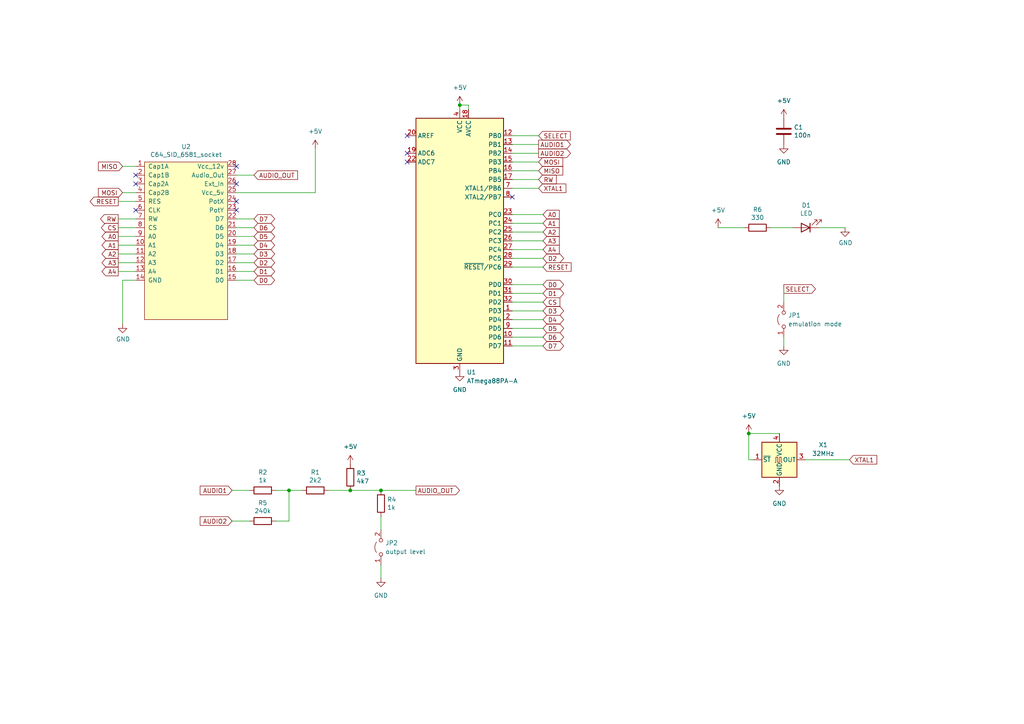
<source format=kicad_sch>
(kicad_sch (version 20230121) (generator eeschema)
  (paper "A4")
  (title_block (title "C64-SwinSID") (date "2023-02-14") (rev "0.1") (company "FLACO 2023") (comment 1 "Adapted from https://github.com/jsanpe/SwinsidNeat"))
  (lib_symbols
    (symbol "Device:C" (pin_numbers hide) (pin_names (offset 0.254))
      (property "Reference" "C" (at 0.635 2.54 0))
      (property "Value" "C" (at 0.635 -2.54 0))
      (symbol "C_0_1"
        (polyline (pts (xy -2.032 -0.762) (xy 2.032 -0.762)) (stroke (width 0.508)))
        (polyline (pts (xy -2.032 0.762) (xy 2.032 0.762)) (stroke (width 0.508)))
      )
      (symbol "C_1_1"
        (pin passive line (at 0 3.81 270) (length 2.794) (name "~") (number "1"))
        (pin passive line (at 0 -3.81 90) (length 2.794) (name "~") (number "2"))
      )
    )
    (symbol "Device:LED" (pin_numbers hide) (pin_names (offset 1.016) hide)
      (property "Reference" "D" (at 0 2.54 0))
      (property "Value" "LED" (at 0 -2.54 0))
      (symbol "LED_0_1"
        (polyline (pts (xy -1.27 -1.27) (xy -1.27 1.27)) (stroke (width 0.254)))
        (polyline (pts (xy -1.27 0) (xy 1.27 0)))
        (polyline (pts (xy 1.27 -1.27) (xy 1.27 1.27) (xy -1.27 0) (xy 1.27 -1.27)) (stroke (width 0.254)))
        (polyline (pts (xy -3.048 -0.762) (xy -4.572 -2.286) (xy -3.81 -2.286) (xy -4.572 -2.286) (xy -4.572 -1.524)))
        (polyline (pts (xy -1.778 -0.762) (xy -3.302 -2.286) (xy -2.54 -2.286) (xy -3.302 -2.286) (xy -3.302 -1.524)))
      )
      (symbol "LED_1_1"
        (pin passive line (at -3.81 0 0) (length 2.54) (name "K") (number "1"))
        (pin passive line (at 3.81 0 180) (length 2.54) (name "A") (number "2"))
      )
    )
    (symbol "Device:R" (pin_numbers hide) (pin_names (offset 0))
      (property "Reference" "R" (at 2.032 0 90))
      (property "Value" "R" (at 0 0 90))
      (symbol "R_0_1"
        (rectangle (start -1.016 -2.54) (end 1.016 2.54) (stroke (width 0.254)))
      )
      (symbol "R_1_1"
        (pin passive line (at 0 3.81 270) (length 1.27) (name "~") (number "1"))
        (pin passive line (at 0 -3.81 90) (length 1.27) (name "~") (number "2"))
      )
    )
    (symbol "Jumper:Jumper_2_Open" (pin_names (offset 0) hide)
      (property "Reference" "JP" (at 0 2.794 0))
      (property "Value" "Jumper_2_Open" (at 0 -2.286 0))
      (symbol "Jumper_2_Open_0_0"
        (circle (center -2.032 0) (radius 0.508))
        (circle (center 2.032 0) (radius 0.508))
      )
      (symbol "Jumper_2_Open_0_1"
        (arc (start 1.524 1.27) (mid 0 1.778) (end -1.524 1.27))
      )
      (symbol "Jumper_2_Open_1_1"
        (pin passive line (at -5.08 0 0) (length 2.54) (name "A") (number "1"))
        (pin passive line (at 5.08 0 180) (length 2.54) (name "B") (number "2"))
      )
    )
    (symbol "MCU_Microchip_ATmega:ATmega88PA-A"
      (property "Reference" "U" (at -12.7 36.83 0))
      (property "Value" "ATmega88PA-A" (at 2.54 -36.83 0))
      (symbol "ATmega88PA-A_0_1"
        (rectangle (start -12.7 -35.56) (end 12.7 35.56) (stroke (width 0.254)) (fill (type background)))
      )
      (symbol "ATmega88PA-A_1_1"
        (pin bidirectional line (at 15.24 -20.32 180) (length 2.54) (name "PD3") (number "1"))
        (pin bidirectional line (at 15.24 -27.94 180) (length 2.54) (name "PD6") (number "10"))
        (pin bidirectional line (at 15.24 -30.48 180) (length 2.54) (name "PD7") (number "11"))
        (pin bidirectional line (at 15.24 30.48 180) (length 2.54) (name "PB0") (number "12"))
        (pin bidirectional line (at 15.24 27.94 180) (length 2.54) (name "PB1") (number "13"))
        (pin bidirectional line (at 15.24 25.4 180) (length 2.54) (name "PB2") (number "14"))
        (pin bidirectional line (at 15.24 22.86 180) (length 2.54) (name "PB3") (number "15"))
        (pin bidirectional line (at 15.24 20.32 180) (length 2.54) (name "PB4") (number "16"))
        (pin bidirectional line (at 15.24 17.78 180) (length 2.54) (name "PB5") (number "17"))
        (pin power_in line (at 2.54 38.1 270) (length 2.54) (name "AVCC") (number "18"))
        (pin input line (at -15.24 25.4 0) (length 2.54) (name "ADC6") (number "19"))
        (pin bidirectional line (at 15.24 -22.86 180) (length 2.54) (name "PD4") (number "2"))
        (pin passive line (at -15.24 30.48 0) (length 2.54) (name "AREF") (number "20"))
        (pin passive line (at 0 -38.1 90) (length 2.54) hide (name "GND") (number "21"))
        (pin input line (at -15.24 22.86 0) (length 2.54) (name "ADC7") (number "22"))
        (pin bidirectional line (at 15.24 7.62 180) (length 2.54) (name "PC0") (number "23"))
        (pin bidirectional line (at 15.24 5.08 180) (length 2.54) (name "PC1") (number "24"))
        (pin bidirectional line (at 15.24 2.54 180) (length 2.54) (name "PC2") (number "25"))
        (pin bidirectional line (at 15.24 0 180) (length 2.54) (name "PC3") (number "26"))
        (pin bidirectional line (at 15.24 -2.54 180) (length 2.54) (name "PC4") (number "27"))
        (pin bidirectional line (at 15.24 -5.08 180) (length 2.54) (name "PC5") (number "28"))
        (pin bidirectional line (at 15.24 -7.62 180) (length 2.54) (name "~{RESET}/PC6") (number "29"))
        (pin power_in line (at 0 -38.1 90) (length 2.54) (name "GND") (number "3"))
        (pin bidirectional line (at 15.24 -12.7 180) (length 2.54) (name "PD0") (number "30"))
        (pin bidirectional line (at 15.24 -15.24 180) (length 2.54) (name "PD1") (number "31"))
        (pin bidirectional line (at 15.24 -17.78 180) (length 2.54) (name "PD2") (number "32"))
        (pin power_in line (at 0 38.1 270) (length 2.54) (name "VCC") (number "4"))
        (pin passive line (at 0 -38.1 90) (length 2.54) hide (name "GND") (number "5"))
        (pin passive line (at 0 38.1 270) (length 2.54) hide (name "VCC") (number "6"))
        (pin bidirectional line (at 15.24 15.24 180) (length 2.54) (name "XTAL1/PB6") (number "7"))
        (pin bidirectional line (at 15.24 12.7 180) (length 2.54) (name "XTAL2/PB7") (number "8"))
        (pin bidirectional line (at 15.24 -25.4 180) (length 2.54) (name "PD5") (number "9"))
      )
    )
    (symbol "Oscillator:SG-7050CAN" (pin_names (offset 0.254))
      (property "Reference" "X" (at -5.08 6.35 0))
      (property "Value" "SG-7050CAN" (at 1.27 -6.35 0))
      (symbol "SG-7050CAN_0_1"
        (rectangle (start -5.08 5.08) (end 5.08 -5.08) (stroke (width 0.254)) (fill (type background)))
        (polyline (pts (xy -1.27 -0.762) (xy -1.016 -0.762) (xy -1.016 0.762) (xy -0.508 0.762) (xy -0.508 -0.762) (xy 0 -0.762) (xy 0 0.762) (xy 0.508 0.762) (xy 0.508 -0.762) (xy 0.762 -0.762)))
      )
      (symbol "SG-7050CAN_1_1"
        (pin input line (at -7.62 0 0) (length 2.54) (name "~{ST}") (number "1"))
        (pin power_in line (at 0 -7.62 90) (length 2.54) (name "GND") (number "2"))
        (pin output line (at 7.62 0 180) (length 2.54) (name "OUT") (number "3"))
        (pin power_in line (at 0 7.62 270) (length 2.54) (name "VCC") (number "4"))
      )
    )
    (symbol "Sassa:C64_SID_6581_socket" (pin_names (offset 1.016))
      (property "Reference" "U2" (at -5.715 1.905 0))
      (property "Value" "C64_SID_6581_socket" (at -5.715 -0.4064 0))
      (symbol "C64_SID_6581_socket_0_1"
        (rectangle (start 6.35 -2.54) (end -17.78 -48.26) (fill (type background)))
      )
      (symbol "C64_SID_6581_socket_1_1"
        (pin unspecified line (at -20.32 -3.81 0) (length 2.54) (name "Cap1A") (number "1"))
        (pin output line (at -20.32 -26.67 0) (length 2.54) (name "A1") (number "10"))
        (pin output line (at -20.32 -29.21 0) (length 2.54) (name "A2") (number "11"))
        (pin output line (at -20.32 -31.75 0) (length 2.54) (name "A3") (number "12"))
        (pin output line (at -20.32 -34.29 0) (length 2.54) (name "A4") (number "13"))
        (pin power_out line (at -20.32 -36.83 0) (length 2.54) (name "GND") (number "14"))
        (pin bidirectional line (at 8.89 -36.83 180) (length 2.54) (name "D0") (number "15"))
        (pin bidirectional line (at 8.89 -34.29 180) (length 2.54) (name "D1") (number "16"))
        (pin bidirectional line (at 8.89 -31.75 180) (length 2.54) (name "D2") (number "17"))
        (pin bidirectional line (at 8.89 -29.21 180) (length 2.54) (name "D3") (number "18"))
        (pin bidirectional line (at 8.89 -26.67 180) (length 2.54) (name "D4") (number "19"))
        (pin unspecified line (at -20.32 -6.35 0) (length 2.54) (name "Cap1B") (number "2"))
        (pin bidirectional line (at 8.89 -24.13 180) (length 2.54) (name "D5") (number "20"))
        (pin bidirectional line (at 8.89 -21.59 180) (length 2.54) (name "D6") (number "21"))
        (pin bidirectional line (at 8.89 -19.05 180) (length 2.54) (name "D7") (number "22"))
        (pin bidirectional line (at 8.89 -16.51 180) (length 2.54) (name "PotY") (number "23"))
        (pin bidirectional line (at 8.89 -13.97 180) (length 2.54) (name "PotX") (number "24"))
        (pin power_out line (at 8.89 -11.43 180) (length 2.54) (name "Vcc_5v") (number "25"))
        (pin output line (at 8.89 -8.89 180) (length 2.54) (name "Ext_In") (number "26"))
        (pin input line (at 8.89 -6.35 180) (length 2.54) (name "Audio_Out") (number "27"))
        (pin power_out line (at 8.89 -3.81 180) (length 2.54) (name "Vcc_12v") (number "28"))
        (pin unspecified line (at -20.32 -8.89 0) (length 2.54) (name "Cap2A") (number "3"))
        (pin unspecified line (at -20.32 -11.43 0) (length 2.54) (name "Cap2B") (number "4"))
        (pin output line (at -20.32 -13.97 0) (length 2.54) (name "RES") (number "5"))
        (pin output line (at -20.32 -16.51 0) (length 2.54) (name "CLK") (number "6"))
        (pin output line (at -20.32 -19.05 0) (length 2.54) (name "RW") (number "7"))
        (pin output line (at -20.32 -21.59 0) (length 2.54) (name "CS") (number "8"))
        (pin output line (at -20.32 -24.13 0) (length 2.54) (name "A0") (number "9"))
      )
    )
    (symbol "power:+5V" (power) (pin_names (offset 0))
      (property "Value" "+5V" (at 0 3.556 0))
      (symbol "+5V_0_1"
        (polyline (pts (xy -0.762 1.27) (xy 0 2.54)))
        (polyline (pts (xy 0 0) (xy 0 2.54)))
        (polyline (pts (xy 0 2.54) (xy 0.762 1.27)))
      )
      (symbol "+5V_1_1"
        (pin power_in line (at 0 0 90) (length 0) hide (name "+5V") (number "1"))
      )
    )
    (symbol "power:GND" (power) (pin_names (offset 0))
      (property "Value" "GND" (at 0 -3.81 0))
      (symbol "GND_0_1"
        (polyline (pts (xy 0 0) (xy 0 -1.27) (xy 1.27 -1.27) (xy 0 -2.54) (xy -1.27 -1.27) (xy 0 -1.27)))
      )
      (symbol "GND_1_1"
        (pin power_in line (at 0 0 270) (length 0) hide (name "GND") (number "1"))
      )
    )
  )
  (junction (at 217.17 125.73))
  (junction (at 133.35 30.48))
  (junction (at 101.6 142.24))
  (junction (at 110.49 142.24))
  (junction (at 83.82 142.24))
  (no_connect (at 39.37 53.34))
  (no_connect (at 68.58 53.34))
  (no_connect (at 39.37 60.96))
  (no_connect (at 118.11 39.37))
  (no_connect (at 118.11 44.45))
  (no_connect (at 148.59 57.15))
  (no_connect (at 68.58 58.42))
  (no_connect (at 68.58 60.96))
  (no_connect (at 68.58 48.26))
  (no_connect (at 39.37 50.8))
  (no_connect (at 118.11 46.99))
  (wire (pts (xy 67.31 151.13) (xy 72.39 151.13)))
  (wire (pts (xy 101.6 142.24) (xy 110.49 142.24)))
  (wire (pts (xy 156.21 41.91) (xy 148.59 41.91)))
  (wire (pts (xy 156.21 46.99) (xy 148.59 46.99)))
  (wire (pts (xy 73.66 71.12) (xy 68.58 71.12)))
  (wire (pts (xy 80.01 142.24) (xy 83.82 142.24)))
  (wire (pts (xy 68.58 73.66) (xy 73.66 73.66)))
  (wire (pts (xy 157.48 72.39) (xy 148.59 72.39)))
  (wire (pts (xy 39.37 48.26) (xy 35.56 48.26)))
  (wire (pts (xy 157.48 87.63) (xy 148.59 87.63)))
  (wire (pts (xy 39.37 78.74) (xy 34.29 78.74)))
  (wire (pts (xy 148.59 95.25) (xy 157.48 95.25)))
  (wire (pts (xy 148.59 85.09) (xy 157.48 85.09)))
  (wire (pts (xy 227.33 83.82) (xy 227.33 87.63)))
  (wire (pts (xy 67.31 142.24) (xy 72.39 142.24)))
  (wire (pts (xy 217.17 125.73) (xy 217.17 133.35)))
  (wire (pts (xy 110.49 163.83) (xy 110.49 167.64)))
  (wire (pts (xy 68.58 68.58) (xy 73.66 68.58)))
  (wire (pts (xy 133.35 30.48) (xy 133.35 31.75)))
  (wire (pts (xy 148.59 44.45) (xy 156.21 44.45)))
  (wire (pts (xy 39.37 55.88) (xy 35.56 55.88)))
  (wire (pts (xy 157.48 82.55) (xy 148.59 82.55)))
  (wire (pts (xy 156.21 52.07) (xy 148.59 52.07)))
  (wire (pts (xy 91.44 43.18) (xy 91.44 55.88)))
  (wire (pts (xy 237.49 66.04) (xy 245.11 66.04)))
  (wire (pts (xy 68.58 78.74) (xy 73.66 78.74)))
  (wire (pts (xy 95.25 142.24) (xy 101.6 142.24)))
  (wire (pts (xy 110.49 149.86) (xy 110.49 153.67)))
  (wire (pts (xy 157.48 74.93) (xy 148.59 74.93)))
  (wire (pts (xy 34.29 76.2) (xy 39.37 76.2)))
  (wire (pts (xy 39.37 58.42) (xy 34.29 58.42)))
  (wire (pts (xy 148.59 90.17) (xy 157.48 90.17)))
  (wire (pts (xy 83.82 151.13) (xy 83.82 142.24)))
  (wire (pts (xy 148.59 64.77) (xy 157.48 64.77)))
  (wire (pts (xy 73.66 81.28) (xy 68.58 81.28)))
  (wire (pts (xy 35.56 81.28) (xy 35.56 93.98)))
  (wire (pts (xy 39.37 73.66) (xy 34.29 73.66)))
  (wire (pts (xy 217.17 125.73) (xy 226.06 125.73)))
  (wire (pts (xy 148.59 62.23) (xy 157.48 62.23)))
  (wire (pts (xy 148.59 67.31) (xy 157.48 67.31)))
  (wire (pts (xy 223.52 66.04) (xy 229.87 66.04)))
  (wire (pts (xy 208.28 66.04) (xy 215.9 66.04)))
  (wire (pts (xy 135.89 31.75) (xy 135.89 30.48)))
  (wire (pts (xy 135.89 30.48) (xy 133.35 30.48)))
  (wire (pts (xy 39.37 68.58) (xy 34.29 68.58)))
  (wire (pts (xy 73.66 76.2) (xy 68.58 76.2)))
  (wire (pts (xy 80.01 151.13) (xy 83.82 151.13)))
  (wire (pts (xy 68.58 63.5) (xy 73.66 63.5)))
  (wire (pts (xy 73.66 66.04) (xy 68.58 66.04)))
  (wire (pts (xy 34.29 71.12) (xy 39.37 71.12)))
  (wire (pts (xy 218.44 133.35) (xy 217.17 133.35)))
  (wire (pts (xy 83.82 142.24) (xy 87.63 142.24)))
  (wire (pts (xy 73.66 50.8) (xy 68.58 50.8)))
  (wire (pts (xy 68.58 55.88) (xy 91.44 55.88)))
  (wire (pts (xy 157.48 97.79) (xy 148.59 97.79)))
  (wire (pts (xy 148.59 77.47) (xy 157.48 77.47)))
  (wire (pts (xy 34.29 66.04) (xy 39.37 66.04)))
  (wire (pts (xy 110.49 142.24) (xy 120.65 142.24)))
  (wire (pts (xy 148.59 69.85) (xy 157.48 69.85)))
  (wire (pts (xy 246.38 133.35) (xy 233.68 133.35)))
  (wire (pts (xy 157.48 92.71) (xy 148.59 92.71)))
  (wire (pts (xy 148.59 49.53) (xy 156.21 49.53)))
  (wire (pts (xy 148.59 100.33) (xy 157.48 100.33)))
  (wire (pts (xy 35.56 81.28) (xy 39.37 81.28)))
  (wire (pts (xy 148.59 54.61) (xy 156.21 54.61)))
  (wire (pts (xy 148.59 39.37) (xy 156.21 39.37)))
  (wire (pts (xy 39.37 63.5) (xy 34.29 63.5)))
  (wire (pts (xy 227.33 97.79) (xy 227.33 100.33)))
  (global_label "D0" (shape bidirectional) (at 157.48 82.55 0) (property "Intersheetrefs" "${INTERSHEET_REFS}" (effects hide)) (property "Références Inter-Feuilles" "${INTERSHEET_REFS}" (effects hide)))
  (global_label "D2" (shape bidirectional) (at 73.66 76.2 0) (property "Intersheetrefs" "${INTERSHEET_REFS}" (effects hide)) (property "Références Inter-Feuilles" "${INTERSHEET_REFS}" (effects hide)))
  (global_label "MOSI" (shape input) (at 35.56 55.88 180) (property "Intersheetrefs" "${INTERSHEET_REFS}" (effects hide)) (property "Références Inter-Feuilles" "${INTERSHEET_REFS}" (effects hide)))
  (global_label "AUDIO_OUT" (shape input) (at 73.66 50.8 0) (property "Intersheetrefs" "${INTERSHEET_REFS}" (effects hide)) (property "Références Inter-Feuilles" "${INTERSHEET_REFS}" (effects hide)))
  (global_label "A4" (shape output) (at 34.29 78.74 180) (property "Intersheetrefs" "${INTERSHEET_REFS}" (effects hide)) (property "Références Inter-Feuilles" "${INTERSHEET_REFS}" (effects hide)))
  (global_label "D1" (shape bidirectional) (at 73.66 78.74 0) (property "Intersheetrefs" "${INTERSHEET_REFS}" (effects hide)) (property "Références Inter-Feuilles" "${INTERSHEET_REFS}" (effects hide)))
  (global_label "AUDIO2" (shape output) (at 156.21 44.45 0) (property "Intersheetrefs" "${INTERSHEET_REFS}" (effects hide)) (property "Références Inter-Feuilles" "${INTERSHEET_REFS}" (effects hide)))
  (global_label "A1" (shape output) (at 34.29 71.12 180) (property "Intersheetrefs" "${INTERSHEET_REFS}" (effects hide)) (property "Références Inter-Feuilles" "${INTERSHEET_REFS}" (effects hide)))
  (global_label "D5" (shape bidirectional) (at 157.48 95.25 0) (property "Intersheetrefs" "${INTERSHEET_REFS}" (effects hide)) (property "Références Inter-Feuilles" "${INTERSHEET_REFS}" (effects hide)))
  (global_label "D3" (shape bidirectional) (at 157.48 90.17 0) (property "Intersheetrefs" "${INTERSHEET_REFS}" (effects hide)) (property "Références Inter-Feuilles" "${INTERSHEET_REFS}" (effects hide)))
  (global_label "SELECT" (shape input) (at 156.21 39.37 0) (property "Intersheetrefs" "${INTERSHEET_REFS}" (effects hide)) (property "Références Inter-Feuilles" "${INTERSHEET_REFS}" (effects hide)))
  (global_label "D5" (shape bidirectional) (at 73.66 68.58 0) (property "Intersheetrefs" "${INTERSHEET_REFS}" (effects hide)) (property "Références Inter-Feuilles" "${INTERSHEET_REFS}" (effects hide)))
  (global_label "SELECT" (shape output) (at 227.33 83.82 0) (property "Intersheetrefs" "${INTERSHEET_REFS}" (effects hide)) (property "Références Inter-Feuilles" "${INTERSHEET_REFS}" (effects hide)))
  (global_label "MISO" (shape input) (at 35.56 48.26 180) (property "Intersheetrefs" "${INTERSHEET_REFS}" (effects hide)) (property "Références Inter-Feuilles" "${INTERSHEET_REFS}" (effects hide)))
  (global_label "RW" (shape input) (at 156.21 52.07 0) (property "Intersheetrefs" "${INTERSHEET_REFS}" (effects hide)) (property "Références Inter-Feuilles" "${INTERSHEET_REFS}" (effects hide)))
  (global_label "CS" (shape output) (at 34.29 66.04 180) (property "Intersheetrefs" "${INTERSHEET_REFS}" (effects hide)) (property "Références Inter-Feuilles" "${INTERSHEET_REFS}" (effects hide)))
  (global_label "A1" (shape input) (at 157.48 64.77 0) (property "Intersheetrefs" "${INTERSHEET_REFS}" (effects hide)) (property "Références Inter-Feuilles" "${INTERSHEET_REFS}" (effects hide)))
  (global_label "A3" (shape input) (at 157.48 69.85 0) (property "Intersheetrefs" "${INTERSHEET_REFS}" (effects hide)) (property "Références Inter-Feuilles" "${INTERSHEET_REFS}" (effects hide)))
  (global_label "A0" (shape output) (at 34.29 68.58 180) (property "Intersheetrefs" "${INTERSHEET_REFS}" (effects hide)) (property "Références Inter-Feuilles" "${INTERSHEET_REFS}" (effects hide)))
  (global_label "D7" (shape bidirectional) (at 157.48 100.33 0) (property "Intersheetrefs" "${INTERSHEET_REFS}" (effects hide)) (property "Références Inter-Feuilles" "${INTERSHEET_REFS}" (effects hide)))
  (global_label "XTAL1" (shape input) (at 156.21 54.61 0) (property "Intersheetrefs" "${INTERSHEET_REFS}" (effects hide)) (property "Références Inter-Feuilles" "${INTERSHEET_REFS}" (effects hide)))
  (global_label "D0" (shape bidirectional) (at 73.66 81.28 0) (property "Intersheetrefs" "${INTERSHEET_REFS}" (effects hide)) (property "Références Inter-Feuilles" "${INTERSHEET_REFS}" (effects hide)))
  (global_label "CS" (shape input) (at 157.48 87.63 0) (property "Intersheetrefs" "${INTERSHEET_REFS}" (effects hide)) (property "Références Inter-Feuilles" "${INTERSHEET_REFS}" (effects hide)))
  (global_label "AUDIO1" (shape input) (at 67.31 142.24 180) (property "Intersheetrefs" "${INTERSHEET_REFS}" (effects hide)) (property "Références Inter-Feuilles" "${INTERSHEET_REFS}" (effects hide)))
  (global_label "D4" (shape bidirectional) (at 73.66 71.12 0) (property "Intersheetrefs" "${INTERSHEET_REFS}" (effects hide)) (property "Références Inter-Feuilles" "${INTERSHEET_REFS}" (effects hide)))
  (global_label "RESET" (shape output) (at 34.29 58.42 180) (property "Intersheetrefs" "${INTERSHEET_REFS}" (effects hide)) (property "Références Inter-Feuilles" "${INTERSHEET_REFS}" (effects hide)))
  (global_label "D6" (shape bidirectional) (at 157.48 97.79 0) (property "Intersheetrefs" "${INTERSHEET_REFS}" (effects hide)) (property "Références Inter-Feuilles" "${INTERSHEET_REFS}" (effects hide)))
  (global_label "D3" (shape bidirectional) (at 73.66 73.66 0) (property "Intersheetrefs" "${INTERSHEET_REFS}" (effects hide)) (property "Références Inter-Feuilles" "${INTERSHEET_REFS}" (effects hide)))
  (global_label "D1" (shape bidirectional) (at 157.48 85.09 0) (property "Intersheetrefs" "${INTERSHEET_REFS}" (effects hide)) (property "Références Inter-Feuilles" "${INTERSHEET_REFS}" (effects hide)))
  (global_label "AUDIO1" (shape output) (at 156.21 41.91 0) (property "Intersheetrefs" "${INTERSHEET_REFS}" (effects hide)) (property "Références Inter-Feuilles" "${INTERSHEET_REFS}" (effects hide)))
  (global_label "RESET" (shape input) (at 157.48 77.47 0) (property "Intersheetrefs" "${INTERSHEET_REFS}" (effects hide)) (property "Références Inter-Feuilles" "${INTERSHEET_REFS}" (effects hide)))
  (global_label "A2" (shape input) (at 157.48 67.31 0) (property "Intersheetrefs" "${INTERSHEET_REFS}" (effects hide)) (property "Références Inter-Feuilles" "${INTERSHEET_REFS}" (effects hide)))
  (global_label "D4" (shape bidirectional) (at 157.48 92.71 0) (property "Intersheetrefs" "${INTERSHEET_REFS}" (effects hide)) (property "Références Inter-Feuilles" "${INTERSHEET_REFS}" (effects hide)))
  (global_label "MISO" (shape input) (at 156.21 49.53 0) (property "Intersheetrefs" "${INTERSHEET_REFS}" (effects hide)) (property "Références Inter-Feuilles" "${INTERSHEET_REFS}" (effects hide)))
  (global_label "A4" (shape input) (at 157.48 72.39 0) (property "Intersheetrefs" "${INTERSHEET_REFS}" (effects hide)) (property "Références Inter-Feuilles" "${INTERSHEET_REFS}" (effects hide)))
  (global_label "XTAL1" (shape input) (at 246.38 133.35 0) (property "Intersheetrefs" "${INTERSHEET_REFS}" (effects hide)) (property "Références Inter-Feuilles" "${INTERSHEET_REFS}" (effects hide)))
  (global_label "A0" (shape input) (at 157.48 62.23 0) (property "Intersheetrefs" "${INTERSHEET_REFS}" (effects hide)) (property "Références Inter-Feuilles" "${INTERSHEET_REFS}" (effects hide)))
  (global_label "D2" (shape bidirectional) (at 157.48 74.93 0) (property "Intersheetrefs" "${INTERSHEET_REFS}" (effects hide)) (property "Références Inter-Feuilles" "${INTERSHEET_REFS}" (effects hide)))
  (global_label "A3" (shape output) (at 34.29 76.2 180) (property "Intersheetrefs" "${INTERSHEET_REFS}" (effects hide)) (property "Références Inter-Feuilles" "${INTERSHEET_REFS}" (effects hide)))
  (global_label "AUDIO_OUT" (shape output) (at 120.65 142.24 0) (property "Intersheetrefs" "${INTERSHEET_REFS}" (effects hide)) (property "Références Inter-Feuilles" "${INTERSHEET_REFS}" (effects hide)))
  (global_label "AUDIO2" (shape input) (at 67.31 151.13 180) (property "Intersheetrefs" "${INTERSHEET_REFS}" (effects hide)) (property "Références Inter-Feuilles" "${INTERSHEET_REFS}" (effects hide)))
  (global_label "D7" (shape bidirectional) (at 73.66 63.5 0) (property "Intersheetrefs" "${INTERSHEET_REFS}" (effects hide)) (property "Références Inter-Feuilles" "${INTERSHEET_REFS}" (effects hide)))
  (global_label "MOSI" (shape input) (at 156.21 46.99 0) (property "Intersheetrefs" "${INTERSHEET_REFS}" (effects hide)) (property "Références Inter-Feuilles" "${INTERSHEET_REFS}" (effects hide)))
  (global_label "RW" (shape output) (at 34.29 63.5 180) (property "Intersheetrefs" "${INTERSHEET_REFS}" (effects hide)) (property "Références Inter-Feuilles" "${INTERSHEET_REFS}" (effects hide)))
  (global_label "D6" (shape bidirectional) (at 73.66 66.04 0) (property "Intersheetrefs" "${INTERSHEET_REFS}" (effects hide)) (property "Références Inter-Feuilles" "${INTERSHEET_REFS}" (effects hide)))
  (global_label "A2" (shape output) (at 34.29 73.66 180) (property "Intersheetrefs" "${INTERSHEET_REFS}" (effects hide)) (property "Références Inter-Feuilles" "${INTERSHEET_REFS}" (effects hide)))
  (symbol (lib_id "Sassa:C64_SID_6581_socket") (at 59.69 44.45 0) (unit 1)
    (property "Reference" "U2" (at 53.975 42.545 0))
    (property "Value" "C64_SID_6581_socket" (at 53.975 44.8564 0))
    (property "Footprint" "Package_DIP:DIP-28_W15.24mm" (effects hide))
  )
  (symbol (lib_id "power:GND") (at 35.56 93.98 0) (unit 1)
    (property "Reference" "#PWR06" (effects hide))
    (property "Value" "GND" (at 35.687 98.3742 0))
  )
  (symbol (lib_id "Device:C") (at 227.33 38.1 0) (unit 1)
    (property "Reference" "C1" (at 230.251 36.9316 0) (effects (justify left)))
    (property "Value" "100n" (at 230.251 39.243 0) (effects (justify left)))
    (property "Footprint" "Capacitor_SMD:C_0805_2012Metric" (effects hide))
  )
  (symbol (lib_id "Device:R") (at 110.49 146.05 0) (unit 1)
    (property "Reference" "R4" (at 112.268 144.8816 0) (effects (justify left)))
    (property "Value" "1k" (at 112.268 147.193 0) (effects (justify left)))
    (property "Footprint" "Resistor_SMD:R_0805_2012Metric" (effects hide))
  )
  (symbol (lib_id "Device:R") (at 101.6 138.43 0) (unit 1)
    (property "Reference" "R3" (at 103.378 137.2616 0) (effects (justify left)))
    (property "Value" "4k7" (at 103.378 139.573 0) (effects (justify left)))
    (property "Footprint" "Resistor_SMD:R_0805_2012Metric" (effects hide))
  )
  (symbol (lib_id "Device:R") (at 91.44 142.24 90) (unit 1)
    (property "Reference" "R1" (at 91.44 136.9822 90))
    (property "Value" "2k2" (at 91.44 139.2936 90))
    (property "Footprint" "Resistor_SMD:R_0805_2012Metric" (effects hide))
  )
  (symbol (lib_id "Device:R") (at 76.2 142.24 90) (unit 1)
    (property "Reference" "R2" (at 76.2 136.9822 90))
    (property "Value" "1k" (at 76.2 139.2936 90))
    (property "Footprint" "Resistor_SMD:R_0805_2012Metric" (effects hide))
  )
  (symbol (lib_id "Device:R") (at 76.2 151.13 90) (unit 1)
    (property "Reference" "R5" (at 76.2 145.8722 90))
    (property "Value" "240k" (at 76.2 148.1836 90))
    (property "Footprint" "Resistor_SMD:R_0805_2012Metric" (effects hide))
  )
  (symbol (lib_id "Device:LED") (at 233.68 66.04 180) (unit 1)
    (property "Reference" "D1" (at 233.8578 59.563 0))
    (property "Value" "LED" (at 233.8578 61.8744 0))
    (property "Footprint" "LED_SMD:LED_0805_2012Metric" (effects hide))
  )
  (symbol (lib_id "Device:R") (at 219.71 66.04 90) (unit 1)
    (property "Reference" "R6" (at 219.71 60.7822 90))
    (property "Value" "330" (at 219.71 63.0936 90))
    (property "Footprint" "Resistor_SMD:R_0805_2012Metric" (effects hide))
  )
  (symbol (lib_id "power:GND") (at 245.11 66.04 0) (unit 1)
    (property "Reference" "#PWR09" (effects hide))
    (property "Value" "GND" (at 245.237 70.4342 0))
  )
  (symbol (lib_id "MCU_Microchip_ATmega:ATmega88PA-A") (at 133.35 69.85 0) (unit 1)
    (property "Reference" "U1" (at 135.3694 107.95 0) (effects (justify left)))
    (property "Value" "ATmega88PA-A" (at 135.3694 110.49 0) (effects (justify left)))
    (property "Footprint" "Package_QFP:TQFP-32_7x7mm_P0.8mm" (effects hide))
    (property "Datasheet" "http://ww1.microchip.com/downloads/en/DeviceDoc/ATmega48PA_88PA_168PA-Data-Sheet-40002011A.pdf" (effects hide))
  )
  (symbol (lib_id "power:+5V") (at 217.17 125.73 0) (unit 1)
    (property "Reference" "#PWR0103" (effects hide))
    (property "Value" "+5V" (at 217.17 120.65 0))
  )
  (symbol (lib_id "power:+5V") (at 208.28 66.04 0) (unit 1)
    (property "Reference" "#PWR0101" (effects hide))
    (property "Value" "+5V" (at 208.28 60.96 0))
  )
  (symbol (lib_id "power:+5V") (at 91.44 43.18 0) (unit 1)
    (property "Reference" "#PWR0109" (effects hide))
    (property "Value" "+5V" (at 91.44 38.1 0))
  )
  (symbol (lib_id "Jumper:Jumper_2_Open") (at 227.33 92.71 90) (unit 1)
    (property "Reference" "JP1" (at 228.6 91.4399 90) (effects (justify right)))
    (property "Value" "emulation mode" (at 228.6 93.9799 90) (effects (justify right)))
    (property "Footprint" "Connector_PinHeader_2.54mm:PinHeader_1x02_P2.54mm_Vertical" (effects hide))
  )
  (symbol (lib_id "power:+5V") (at 101.6 134.62 0) (unit 1)
    (property "Reference" "#PWR0107" (effects hide))
    (property "Value" "+5V" (at 101.6 129.54 0))
  )
  (symbol (lib_id "power:GND") (at 227.33 41.91 0) (unit 1)
    (property "Reference" "#PWR0111" (effects hide))
    (property "Value" "GND" (at 227.33 46.99 0))
  )
  (symbol (lib_id "power:GND") (at 110.49 167.64 0) (unit 1)
    (property "Reference" "#PWR0106" (effects hide))
    (property "Value" "GND" (at 110.49 172.72 0))
  )
  (symbol (lib_id "Jumper:Jumper_2_Open") (at 110.49 158.75 90) (unit 1)
    (property "Reference" "JP2" (at 111.76 157.4799 90) (effects (justify right)))
    (property "Value" "output level" (at 111.76 160.0199 90) (effects (justify right)))
    (property "Footprint" "Connector_PinHeader_2.54mm:PinHeader_1x02_P2.54mm_Vertical" (effects hide))
  )
  (symbol (lib_id "power:GND") (at 133.35 107.95 0) (unit 1)
    (property "Reference" "#PWR0108" (effects hide))
    (property "Value" "GND" (at 133.35 113.03 0))
  )
  (symbol (lib_id "Oscillator:SG-7050CAN") (at 226.06 133.35 0) (unit 1)
    (property "Reference" "X1" (at 238.76 129.0193 0))
    (property "Value" "32MHz" (at 238.76 131.5593 0))
    (property "Footprint" "Crystal:Crystal_SMD_7050-4Pin_7.0x5.0mm" (effects hide))
    (property "Datasheet" "https://support.epson.biz/td/api/doc_check.php?dl=brief_SG7050CAN&lang=en" (effects hide))
  )
  (symbol (lib_id "power:+5V") (at 133.35 30.48 0) (unit 1)
    (property "Reference" "#PWR0105" (effects hide))
    (property "Value" "+5V" (at 133.35 25.4 0))
  )
  (symbol (lib_id "power:GND") (at 226.06 140.97 0) (unit 1)
    (property "Reference" "#PWR0104" (effects hide))
    (property "Value" "GND" (at 226.06 146.05 0))
  )
  (symbol (lib_id "power:GND") (at 227.33 100.33 0) (unit 1)
    (property "Reference" "#PWR0102" (effects hide))
    (property "Value" "GND" (at 227.33 105.41 0))
  )
  (symbol (lib_id "power:+5V") (at 227.33 34.29 0) (unit 1)
    (property "Reference" "#PWR0110" (effects hide))
    (property "Value" "+5V" (at 227.33 29.21 0))
  )
)
</source>
